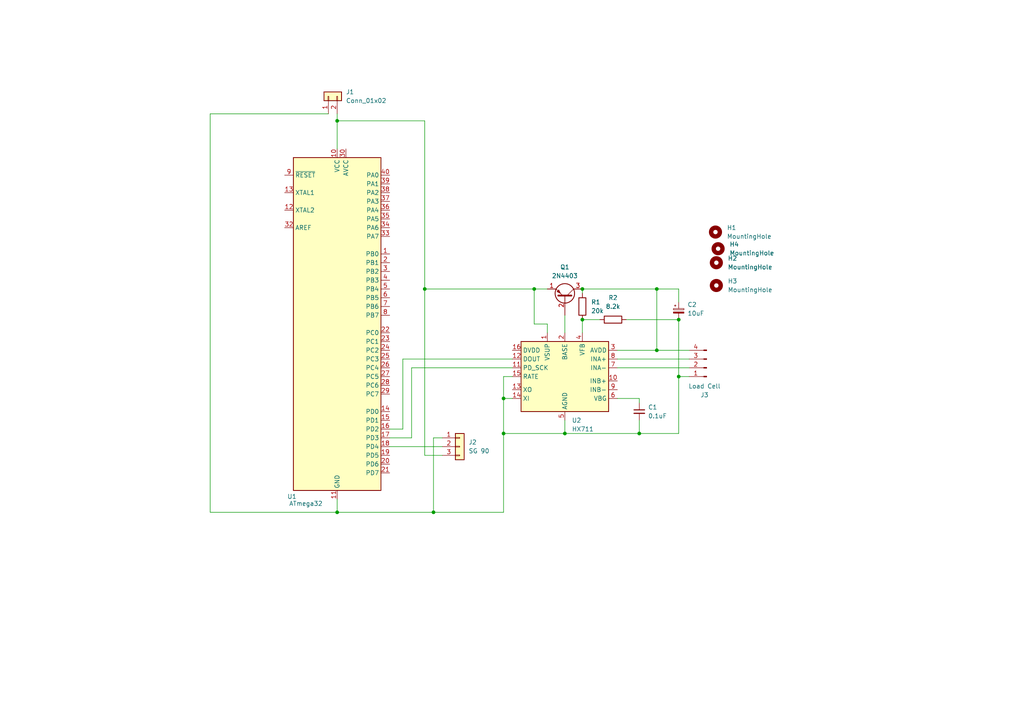
<source format=kicad_sch>
(kicad_sch (version 20211123) (generator eeschema)
  (paper "A4")
  (lib_symbols
    (symbol "Connector:Conn_01x04_Male" (pin_names (offset 1.016) hide)
      (property "Reference" "J" (at 0 5.08 0))
      (property "Value" "Conn_01x04_Male" (at 0 -7.62 0))
      (symbol "Conn_01x04_Male_1_1"
        (polyline (pts (xy 1.27 -5.08) (xy 0.8636 -5.08)) (stroke (width 0.1524)))
        (polyline (pts (xy 1.27 -2.54) (xy 0.8636 -2.54)) (stroke (width 0.1524)))
        (polyline (pts (xy 1.27 0) (xy 0.8636 0)) (stroke (width 0.1524)))
        (polyline (pts (xy 1.27 2.54) (xy 0.8636 2.54)) (stroke (width 0.1524)))
        (rectangle (start 0.8636 -4.953) (end 0 -5.207) (stroke (width 0.1524)) (fill (type outline)))
        (rectangle (start 0.8636 -2.413) (end 0 -2.667) (stroke (width 0.1524)) (fill (type outline)))
        (rectangle (start 0.8636 0.127) (end 0 -0.127) (stroke (width 0.1524)) (fill (type outline)))
        (rectangle (start 0.8636 2.667) (end 0 2.413) (stroke (width 0.1524)) (fill (type outline)))
        (pin passive line (at 5.08 2.54 180) (length 3.81) (name "Pin_1") (number "1"))
        (pin passive line (at 5.08 0 180) (length 3.81) (name "Pin_2") (number "2"))
        (pin passive line (at 5.08 -2.54 180) (length 3.81) (name "Pin_3") (number "3"))
        (pin passive line (at 5.08 -5.08 180) (length 3.81) (name "Pin_4") (number "4"))
      )
    )
    (symbol "Connector_Generic:Conn_01x02" (pin_names (offset 1.016) hide)
      (property "Reference" "J" (at 0 2.54 0))
      (property "Value" "Conn_01x02" (at 0 -5.08 0))
      (symbol "Conn_01x02_1_1"
        (rectangle (start -1.27 -2.413) (end 0 -2.667) (stroke (width 0.1524)))
        (rectangle (start -1.27 0.127) (end 0 -0.127) (stroke (width 0.1524)))
        (rectangle (start -1.27 1.27) (end 1.27 -3.81) (stroke (width 0.254)) (fill (type background)))
        (pin passive line (at -5.08 0 0) (length 3.81) (name "Pin_1") (number "1"))
        (pin passive line (at -5.08 -2.54 0) (length 3.81) (name "Pin_2") (number "2"))
      )
    )
    (symbol "Connector_Generic:Conn_01x03" (pin_names (offset 1.016) hide)
      (property "Reference" "J" (at 0 5.08 0))
      (property "Value" "Conn_01x03" (at 0 -5.08 0))
      (symbol "Conn_01x03_1_1"
        (rectangle (start -1.27 -2.413) (end 0 -2.667) (stroke (width 0.1524)))
        (rectangle (start -1.27 0.127) (end 0 -0.127) (stroke (width 0.1524)))
        (rectangle (start -1.27 2.667) (end 0 2.413) (stroke (width 0.1524)))
        (rectangle (start -1.27 3.81) (end 1.27 -3.81) (stroke (width 0.254)) (fill (type background)))
        (pin passive line (at -5.08 2.54 0) (length 3.81) (name "Pin_1") (number "1"))
        (pin passive line (at -5.08 0 0) (length 3.81) (name "Pin_2") (number "2"))
        (pin passive line (at -5.08 -2.54 0) (length 3.81) (name "Pin_3") (number "3"))
      )
    )
    (symbol "Device:C_Polarized_Small" (pin_numbers hide) (pin_names (offset 0.254) hide)
      (property "Reference" "C" (at 0.254 1.778 0))
      (property "Value" "C_Polarized_Small" (at 0.254 -2.032 0))
      (symbol "C_Polarized_Small_0_1"
        (rectangle (start -1.524 -0.3048) (end 1.524 -0.6858) (fill (type outline)))
        (rectangle (start -1.524 0.6858) (end 1.524 0.3048))
        (polyline (pts (xy -1.27 1.524) (xy -0.762 1.524)))
        (polyline (pts (xy -1.016 1.27) (xy -1.016 1.778)))
      )
      (symbol "C_Polarized_Small_1_1"
        (pin passive line (at 0 2.54 270) (length 1.8542) (name "~") (number "1"))
        (pin passive line (at 0 -2.54 90) (length 1.8542) (name "~") (number "2"))
      )
    )
    (symbol "Device:C_Small" (pin_numbers hide) (pin_names (offset 0.254) hide)
      (property "Reference" "C" (at 0.254 1.778 0))
      (property "Value" "C_Small" (at 0.254 -2.032 0))
      (symbol "C_Small_0_1"
        (polyline (pts (xy -1.524 -0.508) (xy 1.524 -0.508)) (stroke (width 0.3302)))
        (polyline (pts (xy -1.524 0.508) (xy 1.524 0.508)) (stroke (width 0.3048)))
      )
      (symbol "C_Small_1_1"
        (pin passive line (at 0 2.54 270) (length 2.032) (name "~") (number "1"))
        (pin passive line (at 0 -2.54 90) (length 2.032) (name "~") (number "2"))
      )
    )
    (symbol "Device:R" (pin_numbers hide) (pin_names (offset 0))
      (property "Reference" "R" (at 2.032 0 90))
      (property "Value" "R" (at 0 0 90))
      (symbol "R_0_1"
        (rectangle (start -1.016 -2.54) (end 1.016 2.54) (stroke (width 0.254)))
      )
      (symbol "R_1_1"
        (pin passive line (at 0 3.81 270) (length 1.27) (name "~") (number "1"))
        (pin passive line (at 0 -3.81 90) (length 1.27) (name "~") (number "2"))
      )
    )
    (symbol "MCU_Microchip_ATmega:ATmega32A-P"
      (property "Reference" "U" (at -12.7 49.53 0))
      (property "Value" "ATmega32A-P" (at 2.54 -49.53 0))
      (symbol "ATmega32A-P_0_1"
        (rectangle (start -12.7 -48.26) (end 12.7 48.26) (stroke (width 0.254)) (fill (type background)))
      )
      (symbol "ATmega32A-P_1_1"
        (pin bidirectional line (at 15.24 20.32 180) (length 2.54) (name "PB0") (number "1"))
        (pin power_in line (at 0 50.8 270) (length 2.54) (name "VCC") (number "10"))
        (pin power_in line (at 0 -50.8 90) (length 2.54) (name "GND") (number "11"))
        (pin output line (at -15.24 33.02 0) (length 2.54) (name "XTAL2") (number "12"))
        (pin input line (at -15.24 38.1 0) (length 2.54) (name "XTAL1") (number "13"))
        (pin bidirectional line (at 15.24 -25.4 180) (length 2.54) (name "PD0") (number "14"))
        (pin bidirectional line (at 15.24 -27.94 180) (length 2.54) (name "PD1") (number "15"))
        (pin bidirectional line (at 15.24 -30.48 180) (length 2.54) (name "PD2") (number "16"))
        (pin bidirectional line (at 15.24 -33.02 180) (length 2.54) (name "PD3") (number "17"))
        (pin bidirectional line (at 15.24 -35.56 180) (length 2.54) (name "PD4") (number "18"))
        (pin bidirectional line (at 15.24 -38.1 180) (length 2.54) (name "PD5") (number "19"))
        (pin bidirectional line (at 15.24 17.78 180) (length 2.54) (name "PB1") (number "2"))
        (pin bidirectional line (at 15.24 -40.64 180) (length 2.54) (name "PD6") (number "20"))
        (pin bidirectional line (at 15.24 -43.18 180) (length 2.54) (name "PD7") (number "21"))
        (pin bidirectional line (at 15.24 -2.54 180) (length 2.54) (name "PC0") (number "22"))
        (pin bidirectional line (at 15.24 -5.08 180) (length 2.54) (name "PC1") (number "23"))
        (pin bidirectional line (at 15.24 -7.62 180) (length 2.54) (name "PC2") (number "24"))
        (pin bidirectional line (at 15.24 -10.16 180) (length 2.54) (name "PC3") (number "25"))
        (pin bidirectional line (at 15.24 -12.7 180) (length 2.54) (name "PC4") (number "26"))
        (pin bidirectional line (at 15.24 -15.24 180) (length 2.54) (name "PC5") (number "27"))
        (pin bidirectional line (at 15.24 -17.78 180) (length 2.54) (name "PC6") (number "28"))
        (pin bidirectional line (at 15.24 -20.32 180) (length 2.54) (name "PC7") (number "29"))
        (pin bidirectional line (at 15.24 15.24 180) (length 2.54) (name "PB2") (number "3"))
        (pin power_in line (at 2.54 50.8 270) (length 2.54) (name "AVCC") (number "30"))
        (pin passive line (at 0 -50.8 90) (length 2.54) hide (name "GND") (number "31"))
        (pin passive line (at -15.24 27.94 0) (length 2.54) (name "AREF") (number "32"))
        (pin bidirectional line (at 15.24 25.4 180) (length 2.54) (name "PA7") (number "33"))
        (pin bidirectional line (at 15.24 27.94 180) (length 2.54) (name "PA6") (number "34"))
        (pin bidirectional line (at 15.24 30.48 180) (length 2.54) (name "PA5") (number "35"))
        (pin bidirectional line (at 15.24 33.02 180) (length 2.54) (name "PA4") (number "36"))
        (pin bidirectional line (at 15.24 35.56 180) (length 2.54) (name "PA3") (number "37"))
        (pin bidirectional line (at 15.24 38.1 180) (length 2.54) (name "PA2") (number "38"))
        (pin bidirectional line (at 15.24 40.64 180) (length 2.54) (name "PA1") (number "39"))
        (pin bidirectional line (at 15.24 12.7 180) (length 2.54) (name "PB3") (number "4"))
        (pin bidirectional line (at 15.24 43.18 180) (length 2.54) (name "PA0") (number "40"))
        (pin bidirectional line (at 15.24 10.16 180) (length 2.54) (name "PB4") (number "5"))
        (pin bidirectional line (at 15.24 7.62 180) (length 2.54) (name "PB5") (number "6"))
        (pin bidirectional line (at 15.24 5.08 180) (length 2.54) (name "PB6") (number "7"))
        (pin bidirectional line (at 15.24 2.54 180) (length 2.54) (name "PB7") (number "8"))
        (pin input line (at -15.24 43.18 0) (length 2.54) (name "~{RESET}") (number "9"))
      )
    )
    (symbol "Mechanical:MountingHole" (pin_names (offset 1.016))
      (property "Reference" "H" (at 0 5.08 0))
      (property "Value" "MountingHole" (at 0 3.175 0))
      (symbol "MountingHole_0_1"
        (circle (center 0 0) (radius 1.27) (stroke (width 1.27)))
      )
    )
    (symbol "Sensor_Current:HX711"
      (property "Reference" "U?" (at 7.0994 -15.24 0))
      (property "Value" "HX711" (at 7.0994 -17.78 0))
      (symbol "HX711_0_1"
        (rectangle (start -7.62 7.62) (end 17.78 -12.7) (stroke (width 0.254)) (fill (type background)))
      )
      (symbol "HX711_1_1"
        (pin input line (at 0 10.16 270) (length 2.54) (name "VSUP") (number "1"))
        (pin output line (at 20.32 -3.81 180) (length 2.54) (name "INB+") (number "10"))
        (pin passive line (at -10.16 0 0) (length 2.54) (name "PD_SCK") (number "11"))
        (pin passive line (at -10.16 2.54 0) (length 2.54) (name "DOUT") (number "12"))
        (pin passive line (at -10.16 -6.35 0) (length 2.54) (name "XO") (number "13"))
        (pin passive line (at -10.16 -8.89 0) (length 2.54) (name "XI") (number "14"))
        (pin passive line (at -10.16 -2.54 0) (length 2.54) (name "RATE") (number "15"))
        (pin passive line (at -10.16 5.08 0) (length 2.54) (name "DVDD") (number "16"))
        (pin output line (at 5.08 10.16 270) (length 2.54) (name "BASE") (number "2"))
        (pin output line (at 20.32 5.08 180) (length 2.54) (name "AVDD") (number "3"))
        (pin input line (at 10.16 10.16 270) (length 2.54) (name "VFB") (number "4"))
        (pin power_in line (at 5.08 -15.24 90) (length 2.54) (name "AGND") (number "5"))
        (pin output line (at 20.32 -8.89 180) (length 2.54) (name "VBG") (number "6"))
        (pin output line (at 20.32 0 180) (length 2.54) (name "INA-") (number "7"))
        (pin output line (at 20.32 2.54 180) (length 2.54) (name "INA+") (number "8"))
        (pin output line (at 20.32 -6.35 180) (length 2.54) (name "INB-") (number "9"))
      )
    )
    (symbol "Transistor_BJT:2N3906" (pin_names (offset 0) hide)
      (property "Reference" "Q" (at 5.08 1.905 0))
      (property "Value" "2N3906" (at 5.08 0 0))
      (symbol "2N3906_0_1"
        (polyline (pts (xy 0.635 0.635) (xy 2.54 2.54)))
        (polyline (pts (xy 0.635 -0.635) (xy 2.54 -2.54) (xy 2.54 -2.54)))
        (polyline (pts (xy 0.635 1.905) (xy 0.635 -1.905) (xy 0.635 -1.905)) (stroke (width 0.508)))
        (polyline (pts (xy 2.286 -1.778) (xy 1.778 -2.286) (xy 1.27 -1.27) (xy 2.286 -1.778) (xy 2.286 -1.778)) (fill (type outline)))
        (circle (center 1.27 0) (radius 2.8194) (stroke (width 0.254)))
      )
      (symbol "2N3906_1_1"
        (pin passive line (at 2.54 -5.08 90) (length 2.54) (name "E") (number "1"))
        (pin input line (at -5.08 0 0) (length 5.715) (name "B") (number "2"))
        (pin passive line (at 2.54 5.08 270) (length 2.54) (name "C") (number "3"))
      )
    )
  )
  (junction (at 190.5 101.6))
  (junction (at 196.85 92.71))
  (junction (at 168.91 83.82))
  (junction (at 196.85 109.22))
  (junction (at 97.79 148.59))
  (junction (at 146.05 125.73))
  (junction (at 123.19 83.82))
  (junction (at 185.42 125.73))
  (junction (at 163.83 125.73))
  (junction (at 190.5 83.82))
  (junction (at 154.94 83.82))
  (junction (at 168.91 92.71))
  (junction (at 125.73 148.59))
  (junction (at 97.79 35.052))
  (junction (at 146.05 115.57))
  (wire (pts (xy 168.91 92.71) (xy 168.91 96.52)))
  (wire (pts (xy 97.79 33.02) (xy 97.79 35.052)))
  (wire (pts (xy 181.61 92.71) (xy 196.85 92.71)))
  (wire (pts (xy 148.59 106.68) (xy 119.38 106.68)))
  (wire (pts (xy 163.83 121.92) (xy 163.83 125.73)))
  (wire (pts (xy 146.05 115.57) (xy 148.59 115.57)))
  (wire (pts (xy 179.07 101.6) (xy 190.5 101.6)))
  (wire (pts (xy 125.73 127) (xy 125.73 148.59)))
  (wire (pts (xy 154.94 93.98) (xy 154.94 83.82)))
  (wire (pts (xy 168.91 92.71) (xy 173.99 92.71)))
  (wire (pts (xy 190.5 101.6) (xy 199.898 101.6)))
  (wire (pts (xy 97.79 35.052) (xy 97.79 43.18)))
  (wire (pts (xy 190.5 83.82) (xy 196.85 83.82)))
  (wire (pts (xy 119.38 127) (xy 113.03 127)))
  (wire (pts (xy 146.05 115.57) (xy 146.05 125.73)))
  (wire (pts (xy 119.38 106.68) (xy 119.38 127)))
  (wire (pts (xy 148.59 109.22) (xy 146.05 109.22)))
  (wire (pts (xy 179.07 106.68) (xy 199.898 106.68)))
  (wire (pts (xy 60.96 33.02) (xy 60.96 148.59)))
  (wire (pts (xy 158.75 93.98) (xy 154.94 93.98)))
  (wire (pts (xy 196.85 109.22) (xy 196.85 125.73)))
  (wire (pts (xy 113.03 129.54) (xy 128.27 129.54)))
  (wire (pts (xy 146.05 109.22) (xy 146.05 115.57)))
  (wire (pts (xy 60.96 148.59) (xy 97.79 148.59)))
  (wire (pts (xy 116.84 124.46) (xy 113.03 124.46)))
  (wire (pts (xy 185.42 121.92) (xy 185.42 125.73)))
  (wire (pts (xy 146.05 148.59) (xy 125.73 148.59)))
  (wire (pts (xy 97.79 148.59) (xy 125.73 148.59)))
  (wire (pts (xy 146.05 125.73) (xy 163.83 125.73)))
  (wire (pts (xy 95.25 33.02) (xy 60.96 33.02)))
  (wire (pts (xy 196.85 109.22) (xy 199.898 109.22)))
  (wire (pts (xy 123.19 83.82) (xy 154.94 83.82)))
  (wire (pts (xy 123.19 132.08) (xy 128.27 132.08)))
  (wire (pts (xy 97.79 35.052) (xy 123.19 35.052)))
  (wire (pts (xy 97.79 144.78) (xy 97.79 148.59)))
  (wire (pts (xy 185.42 115.57) (xy 185.42 116.84)))
  (wire (pts (xy 146.05 125.73) (xy 146.05 148.59)))
  (wire (pts (xy 168.91 83.82) (xy 190.5 83.82)))
  (wire (pts (xy 148.59 104.14) (xy 116.84 104.14)))
  (wire (pts (xy 154.94 83.82) (xy 158.75 83.82)))
  (wire (pts (xy 168.91 83.82) (xy 168.91 85.09)))
  (wire (pts (xy 185.42 125.73) (xy 196.85 125.73)))
  (wire (pts (xy 116.84 104.14) (xy 116.84 124.46)))
  (wire (pts (xy 196.85 92.71) (xy 196.85 109.22)))
  (wire (pts (xy 123.19 83.82) (xy 123.19 132.08)))
  (wire (pts (xy 123.19 35.052) (xy 123.19 83.82)))
  (wire (pts (xy 179.07 104.14) (xy 199.898 104.14)))
  (wire (pts (xy 125.73 127) (xy 128.27 127)))
  (wire (pts (xy 163.83 125.73) (xy 185.42 125.73)))
  (wire (pts (xy 196.85 83.82) (xy 196.85 87.63)))
  (wire (pts (xy 158.75 96.52) (xy 158.75 93.98)))
  (wire (pts (xy 179.07 115.57) (xy 185.42 115.57)))
  (wire (pts (xy 190.5 101.6) (xy 190.5 83.82)))
  (wire (pts (xy 163.83 91.44) (xy 163.83 96.52)))
  (symbol (lib_id "Connector:Conn_01x04_Male") (at 204.978 106.68 180) (unit 1)
    (property "Reference" "J3" (at 204.343 114.554 0))
    (property "Value" "Load Cell" (at 204.343 112.014 0))
    (property "Footprint" "Connector_PinSocket_1.27mm:PinSocket_1x04_P1.27mm_Vertical" (effects hide))
  )
  (symbol (lib_id "Device:R") (at 168.91 88.9 0) (unit 1)
    (property "Reference" "R1" (at 171.45 87.6299 0) (effects (justify left)))
    (property "Value" "20k" (at 171.45 90.1699 0) (effects (justify left)))
    (property "Footprint" "Resistor_THT:R_Axial_DIN0204_L3.6mm_D1.6mm_P5.08mm_Horizontal" (effects hide))
  )
  (symbol (lib_id "Transistor_BJT:2N3906") (at 163.83 86.36 270) (mirror x) (unit 1)
    (property "Reference" "Q1" (at 163.83 77.47 90))
    (property "Value" "2N4403" (at 163.83 80.01 90))
    (property "Footprint" "Package_TO_SOT_THT:TO-92_Inline" (effects hide))
    (property "Datasheet" "https://www.onsemi.com/pub/Collateral/2N3906-D.PDF" (effects hide))
  )
  (symbol (lib_id "Device:C_Small") (at 185.42 119.38 0) (unit 1)
    (property "Reference" "C1" (at 187.96 118.1162 0) (effects (justify left)))
    (property "Value" "0.1uF" (at 187.96 120.6562 0) (effects (justify left)))
    (property "Footprint" "Capacitor_THT:CP_Radial_D4.0mm_P2.00mm" (effects hide))
  )
  (symbol (lib_id "Mechanical:MountingHole") (at 207.518 67.31 0) (unit 1)
    (property "Reference" "H1" (at 210.82 66.0399 0) (effects (justify left)))
    (property "Value" "MountingHole" (at 210.82 68.5799 0) (effects (justify left)))
    (property "Footprint" "MountingHole:MountingHole_3.5mm_Pad" (effects hide))
  )
  (symbol (lib_id "Connector_Generic:Conn_01x02") (at 95.25 27.94 90) (unit 1)
    (property "Reference" "J1" (at 100.33 26.6699 90) (effects (justify right)))
    (property "Value" "Conn_01x02" (at 100.33 29.2099 90) (effects (justify right)))
    (property "Footprint" "Connector_PinHeader_2.54mm:PinHeader_1x02_P2.54mm_Horizontal" (effects hide))
  )
  (symbol (lib_id "Mechanical:MountingHole") (at 207.772 76.2 0) (unit 1)
    (property "Reference" "H2" (at 211.074 74.9299 0) (effects (justify left)))
    (property "Value" "MountingHole" (at 211.074 77.4699 0) (effects (justify left)))
    (property "Footprint" "MountingHole:MountingHole_3.5mm_Pad" (effects hide))
  )
  (symbol (lib_id "MCU_Microchip_ATmega:ATmega32A-P") (at 97.79 93.98 0) (unit 1)
    (property "Reference" "U1" (at 83.2994 144.018 0) (effects (justify left)))
    (property "Value" "ATmega32" (at 83.82 146.05 0) (effects (justify left)))
    (property "Footprint" "Package_DIP:DIP-40_W15.24mm" (effects hide))
    (property "Datasheet" "http://ww1.microchip.com/downloads/en/DeviceDoc/atmel-8155-8-bit-microcontroller-avr-atmega32a_datasheet.pdf" (effects hide))
  )
  (symbol (lib_id "Sensor_Current:HX711") (at 158.75 106.68 0) (unit 1)
    (property "Reference" "U2" (at 165.8494 121.92 0) (effects (justify left)))
    (property "Value" "HX711" (at 165.8494 124.46 0) (effects (justify left)))
    (property "Footprint" "Package_DIP:DIP-14_W7.62mm" (effects hide))
    (property "Datasheet" "https://www.lem.com/sites/default/files/products_datasheets/hx%203_50-p_sp2_e%20v07.pdf" (effects hide))
  )
  (symbol (lib_id "Connector_Generic:Conn_01x03") (at 133.35 129.54 0) (unit 1)
    (property "Reference" "J2" (at 135.89 128.2699 0) (effects (justify left)))
    (property "Value" "SG 90" (at 135.89 130.8099 0) (effects (justify left)))
    (property "Footprint" "Connector_PinSocket_1.27mm:PinSocket_1x03_P1.27mm_Vertical" (effects hide))
  )
  (symbol (lib_id "Mechanical:MountingHole") (at 207.772 82.804 0) (unit 1)
    (property "Reference" "H3" (at 211.074 81.5339 0) (effects (justify left)))
    (property "Value" "MountingHole" (at 211.074 84.0739 0) (effects (justify left)))
    (property "Footprint" "MountingHole:MountingHole_3.5mm_Pad" (effects hide))
  )
  (symbol (lib_id "Mechanical:MountingHole") (at 208.28 72.136 0) (unit 1)
    (property "Reference" "H4" (at 211.582 70.8659 0) (effects (justify left)))
    (property "Value" "MountingHole" (at 211.582 73.4059 0) (effects (justify left)))
    (property "Footprint" "MountingHole:MountingHole_3.5mm_Pad" (effects hide))
  )
  (symbol (lib_id "Device:R") (at 177.8 92.71 90) (unit 1)
    (property "Reference" "R2" (at 177.8 86.36 90))
    (property "Value" "8.2k" (at 177.8 88.9 90))
    (property "Footprint" "Resistor_THT:R_Axial_DIN0204_L3.6mm_D1.6mm_P5.08mm_Vertical" (effects hide))
  )
  (symbol (lib_id "Device:C_Polarized_Small") (at 196.85 90.17 0) (unit 1)
    (property "Reference" "C2" (at 199.39 88.3538 0) (effects (justify left)))
    (property "Value" "10uF" (at 199.39 90.8938 0) (effects (justify left)))
    (property "Footprint" "Capacitor_THT:CP_Radial_D4.0mm_P2.00mm" (effects hide))
  )
)
</source>
